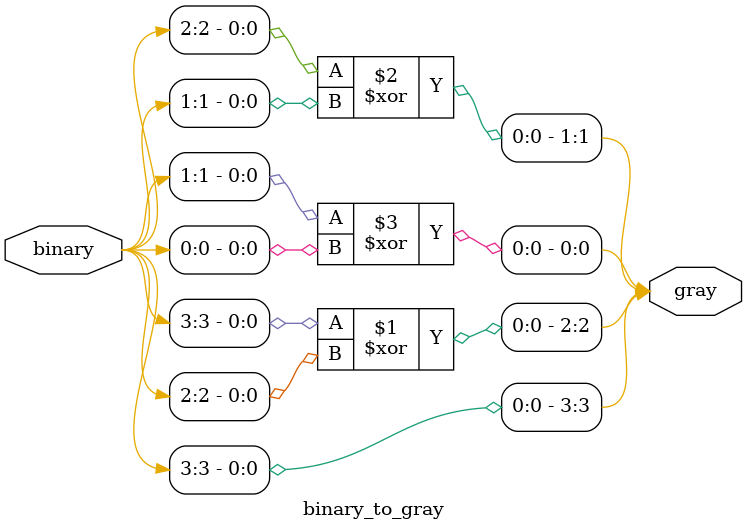
<source format=v>
`timescale 1ns / 1ps

module binary_to_gray(
    output [3:0] gray,
    input [3:0] binary
    );
	 
    assign gray[3]= binary[3];
    assign gray[2]= binary[3]^binary[2];
    assign gray[1]= binary[2]^binary[1];
    assign gray[0]= binary[1]^binary[0];

endmodule

</source>
